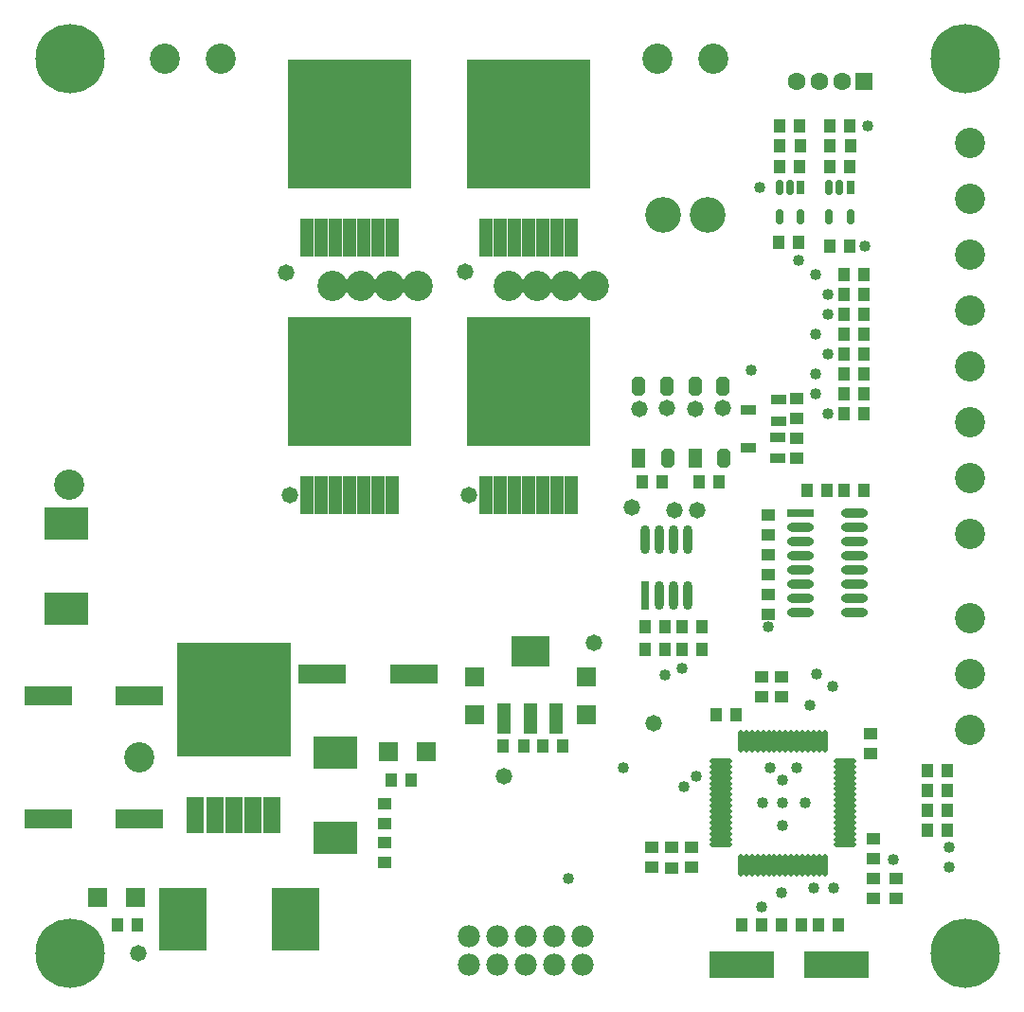
<source format=gts>
%FSTAX24Y24*%
%MOIN*%
G70*
G01*
G75*
G04 Layer_Color=8388736*
%ADD10R,0.2200X0.0900*%
%ADD11R,0.0315X0.0374*%
%ADD12R,0.0551X0.1181*%
%ADD13R,0.3937X0.3937*%
%ADD14R,0.1575X0.2165*%
%ADD15R,0.0374X0.1004*%
%ADD16R,0.1299X0.1004*%
%ADD17R,0.0374X0.0315*%
%ADD18R,0.0630X0.0630*%
%ADD19R,0.0630X0.0630*%
%ADD20R,0.1575X0.0591*%
%ADD21R,0.1500X0.1100*%
%ADD22R,0.0394X0.1300*%
%ADD23R,0.4300X0.4500*%
%ADD24O,0.0236X0.0945*%
%ADD25R,0.0236X0.0945*%
%ADD26O,0.0709X0.0118*%
%ADD27O,0.0118X0.0709*%
G04:AMPARAMS|DCode=28|XSize=59.1mil|YSize=39.4mil|CornerRadius=0mil|HoleSize=0mil|Usage=FLASHONLY|Rotation=90.000|XOffset=0mil|YOffset=0mil|HoleType=Round|Shape=Octagon|*
%AMOCTAGOND28*
4,1,8,0.0098,0.0295,-0.0098,0.0295,-0.0197,0.0197,-0.0197,-0.0197,-0.0098,-0.0295,0.0098,-0.0295,0.0197,-0.0197,0.0197,0.0197,0.0098,0.0295,0.0*
%
%ADD28OCTAGOND28*%

%ADD29R,0.0394X0.0591*%
%ADD30R,0.0472X0.0256*%
G04:AMPARAMS|DCode=31|XSize=21.7mil|YSize=47.2mil|CornerRadius=0mil|HoleSize=0mil|Usage=FLASHONLY|Rotation=0.000|XOffset=0mil|YOffset=0mil|HoleType=Round|Shape=Octagon|*
%AMOCTAGOND31*
4,1,8,-0.0054,0.0236,0.0054,0.0236,0.0108,0.0182,0.0108,-0.0182,0.0054,-0.0236,-0.0054,-0.0236,-0.0108,-0.0182,-0.0108,0.0182,-0.0054,0.0236,0.0*
%
%ADD31OCTAGOND31*%

%ADD32R,0.0217X0.0472*%
%ADD33R,0.0866X0.0236*%
%ADD34O,0.0866X0.0236*%
%ADD35C,0.0100*%
%ADD36C,0.0200*%
%ADD37C,0.0550*%
%ADD38C,0.0600*%
%ADD39C,0.0250*%
%ADD40C,0.0300*%
%ADD41C,0.0400*%
%ADD42C,0.2362*%
%ADD43C,0.0984*%
%ADD44R,0.0551X0.0551*%
%ADD45C,0.0551*%
%ADD46C,0.1181*%
%ADD47C,0.0700*%
%ADD48C,0.0320*%
%ADD49C,0.0500*%
%ADD50C,0.0098*%
%ADD51C,0.0079*%
%ADD52C,0.0236*%
%ADD53C,0.0050*%
%ADD54C,0.0040*%
%ADD55C,0.0157*%
%ADD56R,0.2280X0.0980*%
%ADD57R,0.0395X0.0454*%
%ADD58R,0.0631X0.1261*%
%ADD59R,0.4017X0.4017*%
%ADD60R,0.1655X0.2245*%
%ADD61R,0.0454X0.1084*%
%ADD62R,0.1379X0.1084*%
%ADD63R,0.0454X0.0395*%
%ADD64R,0.0710X0.0710*%
%ADD65R,0.0710X0.0710*%
%ADD66R,0.1655X0.0671*%
%ADD67R,0.1580X0.1180*%
%ADD68R,0.0474X0.1380*%
%ADD69R,0.4380X0.4580*%
%ADD70O,0.0316X0.1025*%
%ADD71R,0.0316X0.1025*%
%ADD72O,0.0789X0.0198*%
%ADD73O,0.0198X0.0789*%
G04:AMPARAMS|DCode=74|XSize=67.1mil|YSize=47.4mil|CornerRadius=0mil|HoleSize=0mil|Usage=FLASHONLY|Rotation=90.000|XOffset=0mil|YOffset=0mil|HoleType=Round|Shape=Octagon|*
%AMOCTAGOND74*
4,1,8,0.0118,0.0335,-0.0118,0.0335,-0.0237,0.0217,-0.0237,-0.0217,-0.0118,-0.0335,0.0118,-0.0335,0.0237,-0.0217,0.0237,0.0217,0.0118,0.0335,0.0*
%
%ADD74OCTAGOND74*%

%ADD75R,0.0474X0.0671*%
%ADD76R,0.0552X0.0336*%
G04:AMPARAMS|DCode=77|XSize=25.6mil|YSize=51.2mil|CornerRadius=0mil|HoleSize=0mil|Usage=FLASHONLY|Rotation=0.000|XOffset=0mil|YOffset=0mil|HoleType=Round|Shape=Octagon|*
%AMOCTAGOND77*
4,1,8,-0.0064,0.0256,0.0064,0.0256,0.0128,0.0192,0.0128,-0.0192,0.0064,-0.0256,-0.0064,-0.0256,-0.0128,-0.0192,-0.0128,0.0192,-0.0064,0.0256,0.0*
%
%ADD77OCTAGOND77*%

%ADD78R,0.0256X0.0512*%
%ADD79R,0.0946X0.0316*%
%ADD80O,0.0946X0.0316*%
%ADD81C,0.2442*%
%ADD82C,0.1064*%
%ADD83R,0.0631X0.0631*%
%ADD84C,0.0631*%
%ADD85C,0.1261*%
%ADD86C,0.0780*%
%ADD87C,0.0400*%
%ADD88C,0.0580*%
D56*
X04195Y0177D02*
D03*
X038604D02*
D03*
D57*
X042004Y0191D02*
D03*
X041296D02*
D03*
X040704D02*
D03*
X039996D02*
D03*
X039304D02*
D03*
X038596D02*
D03*
X030924Y025394D02*
D03*
X030215D02*
D03*
X031593D02*
D03*
X032302D02*
D03*
X016633Y019094D02*
D03*
X017341D02*
D03*
X026987Y024213D02*
D03*
X026278D02*
D03*
X037696Y0265D02*
D03*
X038404D02*
D03*
X036496Y0296D02*
D03*
X037204D02*
D03*
X037096Y0347D02*
D03*
X037804D02*
D03*
X035904Y0296D02*
D03*
X035196D02*
D03*
X037204Y0288D02*
D03*
X036496D02*
D03*
X035096Y0347D02*
D03*
X035804D02*
D03*
X042904Y0385D02*
D03*
X042196D02*
D03*
X042904Y0399D02*
D03*
X042196D02*
D03*
X042904Y042D02*
D03*
X042196D02*
D03*
X042904Y0378D02*
D03*
X042196D02*
D03*
X041696Y04725D02*
D03*
X042404D02*
D03*
X042904Y0371D02*
D03*
X042196D02*
D03*
X042904Y0392D02*
D03*
X042196D02*
D03*
X040664Y04654D02*
D03*
X039956D02*
D03*
X040654Y04581D02*
D03*
X039946D02*
D03*
X042904Y0406D02*
D03*
X042196D02*
D03*
X042904Y0413D02*
D03*
X042196D02*
D03*
X042424Y04655D02*
D03*
X041716D02*
D03*
X042414Y0458D02*
D03*
X041706D02*
D03*
X040654Y04725D02*
D03*
X039946D02*
D03*
X042904Y0344D02*
D03*
X042196D02*
D03*
X040896D02*
D03*
X041604D02*
D03*
X041696Y043D02*
D03*
X042404D02*
D03*
X039896Y04315D02*
D03*
X040604D02*
D03*
X035196Y0288D02*
D03*
X035904D02*
D03*
X045146Y02455D02*
D03*
X045854D02*
D03*
X045146Y02385D02*
D03*
X045854D02*
D03*
X045146Y02315D02*
D03*
X045854D02*
D03*
X045146Y02245D02*
D03*
X045854D02*
D03*
D58*
X019389Y022972D02*
D03*
X020058D02*
D03*
X020727D02*
D03*
X021396D02*
D03*
X022066D02*
D03*
D59*
X020727Y027028D02*
D03*
D60*
X018956Y019291D02*
D03*
X022893D02*
D03*
D61*
X030255Y026388D02*
D03*
X03116D02*
D03*
X032066D02*
D03*
D62*
X03116Y02873D02*
D03*
D63*
X026042Y022008D02*
D03*
Y021299D02*
D03*
Y022677D02*
D03*
Y023386D02*
D03*
X03685Y021146D02*
D03*
Y021854D02*
D03*
X04315Y025854D02*
D03*
Y025146D02*
D03*
X04325Y022154D02*
D03*
Y021446D02*
D03*
Y020754D02*
D03*
Y020046D02*
D03*
X04405Y020046D02*
D03*
Y020754D02*
D03*
X04055Y036946D02*
D03*
Y037654D02*
D03*
X03615Y021116D02*
D03*
Y021824D02*
D03*
X04055Y035546D02*
D03*
Y036254D02*
D03*
X03545Y021854D02*
D03*
Y021146D02*
D03*
X03955Y032846D02*
D03*
Y033554D02*
D03*
Y032154D02*
D03*
Y031446D02*
D03*
Y030754D02*
D03*
Y030046D02*
D03*
X0393Y027146D02*
D03*
Y027854D02*
D03*
X04Y027146D02*
D03*
Y027854D02*
D03*
D64*
X029192Y027835D02*
D03*
Y026496D02*
D03*
X033129Y027835D02*
D03*
Y026496D02*
D03*
D65*
X02616Y025197D02*
D03*
X027499D02*
D03*
X017263Y020079D02*
D03*
X015924D02*
D03*
D66*
X027066Y027953D02*
D03*
X023837D02*
D03*
X014192Y022835D02*
D03*
X01742D02*
D03*
Y027165D02*
D03*
X014192D02*
D03*
D67*
X014852Y033233D02*
D03*
Y030233D02*
D03*
X0243Y025162D02*
D03*
Y022162D02*
D03*
D68*
X023803Y043307D02*
D03*
X025803D02*
D03*
X024803D02*
D03*
X024303D02*
D03*
X025303D02*
D03*
X023303D02*
D03*
X026303D02*
D03*
X030102D02*
D03*
X032102D02*
D03*
X031102D02*
D03*
X030602D02*
D03*
X031602D02*
D03*
X029602D02*
D03*
X032602D02*
D03*
X023803Y034252D02*
D03*
X025803D02*
D03*
X024803D02*
D03*
X024303D02*
D03*
X025303D02*
D03*
X023303D02*
D03*
X026303D02*
D03*
X030102D02*
D03*
X032102D02*
D03*
X031102D02*
D03*
X030602D02*
D03*
X031602D02*
D03*
X029602D02*
D03*
X032602D02*
D03*
D69*
X024803Y047307D02*
D03*
X031102D02*
D03*
X024803Y038252D02*
D03*
X031102D02*
D03*
D70*
X0367Y032684D02*
D03*
X0362D02*
D03*
X0357D02*
D03*
X0352D02*
D03*
X0367Y030716D02*
D03*
X0362D02*
D03*
X0357D02*
D03*
D71*
X0352D02*
D03*
D72*
X037865Y021924D02*
D03*
Y02212D02*
D03*
Y022317D02*
D03*
Y022514D02*
D03*
Y022711D02*
D03*
Y022908D02*
D03*
Y023105D02*
D03*
Y023302D02*
D03*
Y023498D02*
D03*
Y023695D02*
D03*
Y023892D02*
D03*
Y024089D02*
D03*
Y024286D02*
D03*
Y024483D02*
D03*
Y02468D02*
D03*
Y024876D02*
D03*
X042235D02*
D03*
Y02468D02*
D03*
Y024483D02*
D03*
Y024286D02*
D03*
Y024089D02*
D03*
Y023892D02*
D03*
Y023695D02*
D03*
Y023498D02*
D03*
Y023302D02*
D03*
Y023105D02*
D03*
Y022908D02*
D03*
Y022711D02*
D03*
Y022514D02*
D03*
Y022317D02*
D03*
Y02212D02*
D03*
Y021924D02*
D03*
D73*
X038574Y025585D02*
D03*
X03877D02*
D03*
X038967D02*
D03*
X039164D02*
D03*
X039361D02*
D03*
X039558D02*
D03*
X039755D02*
D03*
X039952D02*
D03*
X040148D02*
D03*
X040345D02*
D03*
X040542D02*
D03*
X040739D02*
D03*
X040936D02*
D03*
X041133D02*
D03*
X04133D02*
D03*
X041526D02*
D03*
Y021215D02*
D03*
X04133D02*
D03*
X041133D02*
D03*
X040936D02*
D03*
X040739D02*
D03*
X040542D02*
D03*
X040345D02*
D03*
X040148D02*
D03*
X039952D02*
D03*
X039755D02*
D03*
X039558D02*
D03*
X039361D02*
D03*
X039164D02*
D03*
X038967D02*
D03*
X03877D02*
D03*
X038574D02*
D03*
D74*
X036957Y03808D02*
D03*
X037942D02*
D03*
X037961Y035542D02*
D03*
X034989Y03808D02*
D03*
X035973D02*
D03*
X035993Y035542D02*
D03*
D75*
X036957Y035542D02*
D03*
X034989Y035542D02*
D03*
D76*
X038848Y03723D02*
D03*
X039893Y036856D02*
D03*
Y037604D02*
D03*
X038828Y0359D02*
D03*
X039872Y035526D02*
D03*
Y036274D02*
D03*
D77*
X042424Y044028D02*
D03*
X041676D02*
D03*
X04205Y045062D02*
D03*
X041676D02*
D03*
X040674Y044038D02*
D03*
X039926D02*
D03*
X0403Y045072D02*
D03*
X039926D02*
D03*
D78*
X042424Y045062D02*
D03*
X040674Y045072D02*
D03*
D79*
X04067Y033593D02*
D03*
D80*
Y033093D02*
D03*
Y032593D02*
D03*
Y032093D02*
D03*
Y031593D02*
D03*
Y031093D02*
D03*
Y030593D02*
D03*
X04256Y033093D02*
D03*
Y032593D02*
D03*
Y032093D02*
D03*
Y031593D02*
D03*
Y031093D02*
D03*
Y030593D02*
D03*
Y030093D02*
D03*
Y033593D02*
D03*
X04067Y030093D02*
D03*
D81*
X014961Y049606D02*
D03*
X046457D02*
D03*
X046457Y01811D02*
D03*
X014961D02*
D03*
D82*
X018307Y049606D02*
D03*
X020276D02*
D03*
X03563D02*
D03*
X037598D02*
D03*
X046654Y034843D02*
D03*
Y036811D02*
D03*
Y03878D02*
D03*
Y040748D02*
D03*
Y042717D02*
D03*
Y044685D02*
D03*
Y046654D02*
D03*
Y032874D02*
D03*
Y029921D02*
D03*
Y027953D02*
D03*
Y025984D02*
D03*
X0174Y025D02*
D03*
X01494Y03462D02*
D03*
X033392Y041605D02*
D03*
X032392D02*
D03*
X031392D02*
D03*
X030392D02*
D03*
X027192D02*
D03*
X026192D02*
D03*
X025192D02*
D03*
X024192D02*
D03*
D83*
X042913Y048819D02*
D03*
D84*
X042126D02*
D03*
X041339D02*
D03*
X040551D02*
D03*
D85*
X035835Y044094D02*
D03*
X037394D02*
D03*
D86*
X030995Y018717D02*
D03*
Y017717D02*
D03*
X029995Y018717D02*
D03*
Y017717D02*
D03*
X028995Y018717D02*
D03*
Y017717D02*
D03*
X031995D02*
D03*
Y018717D02*
D03*
X032995Y017717D02*
D03*
Y018717D02*
D03*
D87*
X0325Y02075D02*
D03*
X03955Y0296D02*
D03*
X041Y02685D02*
D03*
X03925Y04509D02*
D03*
X04165Y0413D02*
D03*
Y0406D02*
D03*
Y0392D02*
D03*
Y0371D02*
D03*
X0412Y0378D02*
D03*
Y0385D02*
D03*
Y0399D02*
D03*
Y042D02*
D03*
X04295Y043D02*
D03*
X0406Y0425D02*
D03*
X0459Y02115D02*
D03*
X04305Y04725D02*
D03*
X04185Y0204D02*
D03*
X04115D02*
D03*
X037Y02435D02*
D03*
X03656Y02399D02*
D03*
X04085Y0234D02*
D03*
X04005Y0226D02*
D03*
Y0242D02*
D03*
Y0234D02*
D03*
X03935D02*
D03*
X03895Y03865D02*
D03*
X0418Y0275D02*
D03*
X04125Y02795D02*
D03*
X036496Y02815D02*
D03*
X0393Y01975D02*
D03*
X04Y02025D02*
D03*
X0459Y02185D02*
D03*
X04055Y02465D02*
D03*
X0396D02*
D03*
X03445D02*
D03*
X04395Y0214D02*
D03*
X0359Y0279D02*
D03*
D88*
X03625Y0337D02*
D03*
X03705D02*
D03*
X03475Y0338D02*
D03*
X022703Y034252D02*
D03*
X02899Y03424D02*
D03*
X022571Y042063D02*
D03*
X02887Y04212D02*
D03*
X036958Y03729D02*
D03*
X037938Y03731D02*
D03*
X03597Y03731D02*
D03*
X03499Y03729D02*
D03*
X017381Y01811D02*
D03*
X0334Y02905D02*
D03*
X0355Y0262D02*
D03*
X03025Y02435D02*
D03*
M02*

</source>
